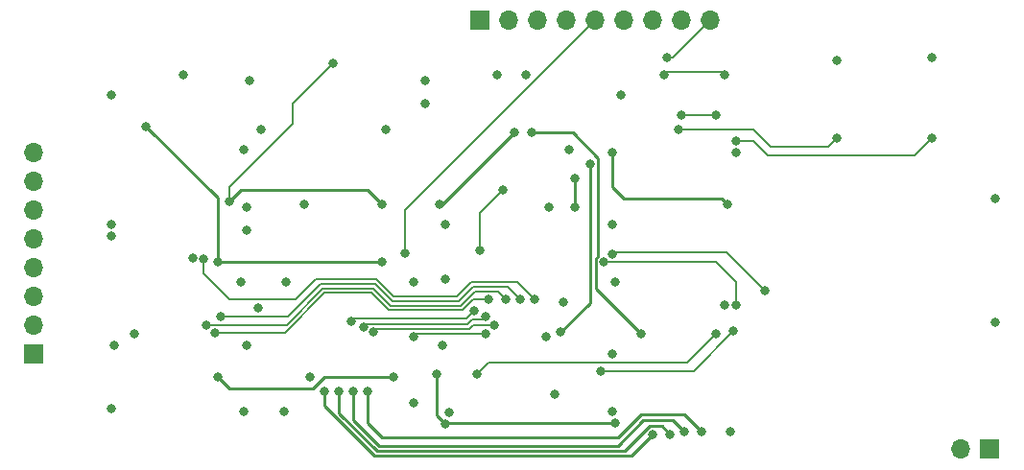
<source format=gbr>
%TF.GenerationSoftware,KiCad,Pcbnew,(6.0.0-0)*%
%TF.CreationDate,2022-03-19T19:47:00-04:00*%
%TF.ProjectId,interrupts,696e7465-7272-4757-9074-732e6b696361,rev?*%
%TF.SameCoordinates,Original*%
%TF.FileFunction,Copper,L4,Bot*%
%TF.FilePolarity,Positive*%
%FSLAX46Y46*%
G04 Gerber Fmt 4.6, Leading zero omitted, Abs format (unit mm)*
G04 Created by KiCad (PCBNEW (6.0.0-0)) date 2022-03-19 19:47:00*
%MOMM*%
%LPD*%
G01*
G04 APERTURE LIST*
%TA.AperFunction,ComponentPad*%
%ADD10R,1.700000X1.700000*%
%TD*%
%TA.AperFunction,ComponentPad*%
%ADD11O,1.700000X1.700000*%
%TD*%
%TA.AperFunction,ViaPad*%
%ADD12C,0.800000*%
%TD*%
%TA.AperFunction,Conductor*%
%ADD13C,0.200000*%
%TD*%
%TA.AperFunction,Conductor*%
%ADD14C,0.250000*%
%TD*%
G04 APERTURE END LIST*
D10*
%TO.P,J3,1,Pin_1*%
%TO.N,unconnected-(J3-Pad1)*%
X183134000Y-125984000D03*
D11*
%TO.P,J3,2,Pin_2*%
%TO.N,unconnected-(J3-Pad2)*%
X180594000Y-125984000D03*
%TD*%
D10*
%TO.P,J1,1,Pin_1*%
%TO.N,BUS0*%
X98806000Y-117602000D03*
D11*
%TO.P,J1,2,Pin_2*%
%TO.N,BUS1*%
X98806000Y-115062000D03*
%TO.P,J1,3,Pin_3*%
%TO.N,BUS2*%
X98806000Y-112522000D03*
%TO.P,J1,4,Pin_4*%
%TO.N,BUS3*%
X98806000Y-109982000D03*
%TO.P,J1,5,Pin_5*%
%TO.N,BUS4*%
X98806000Y-107442000D03*
%TO.P,J1,6,Pin_6*%
%TO.N,BUS5*%
X98806000Y-104902000D03*
%TO.P,J1,7,Pin_7*%
%TO.N,BUS6*%
X98806000Y-102362000D03*
%TO.P,J1,8,Pin_8*%
%TO.N,BUS7*%
X98806000Y-99822000D03*
%TD*%
D10*
%TO.P,J2,1,Pin_1*%
%TO.N,VCC*%
X138176000Y-88138000D03*
D11*
%TO.P,J2,2,Pin_2*%
%TO.N,GND*%
X140716000Y-88138000D03*
%TO.P,J2,3,Pin_3*%
%TO.N,CPU_CLOCK*%
X143256000Y-88138000D03*
%TO.P,J2,4,Pin_4*%
%TO.N,~{SET_RELOAD_VALUE0}*%
X145796000Y-88138000D03*
%TO.P,J2,5,Pin_5*%
%TO.N,~{SET_RELOAD_VALUE1}*%
X148336000Y-88138000D03*
%TO.P,J2,6,Pin_6*%
%TO.N,~{TIMER_INT_REQ_0}*%
X150876000Y-88138000D03*
%TO.P,J2,7,Pin_7*%
%TO.N,~{TIMER_INT_REQ_1}*%
X153416000Y-88138000D03*
%TO.P,J2,8,Pin_8*%
%TO.N,~{CLR_TIMER_INT_REQ_0}*%
X155956000Y-88138000D03*
%TO.P,J2,9,Pin_9*%
%TO.N,~{CLR_TIMER_INT_REQ_1}*%
X158496000Y-88138000D03*
%TD*%
D12*
%TO.N,Net-(U1-Pad1)*%
X138176000Y-108458000D03*
X140208000Y-103124000D03*
%TO.N,GND*%
X132334000Y-121920000D03*
%TO.N,/Reload Value Register/RELOAD3*%
X113792000Y-109220000D03*
X143002000Y-112776000D03*
%TO.N,/Reload Value Register/RELOAD2*%
X115316000Y-114300000D03*
X141732000Y-112776000D03*
%TO.N,/Reload Value Register/RELOAD1*%
X114046000Y-114999500D03*
X140462000Y-112776000D03*
%TO.N,/Reload Value Register/RELOAD0*%
X138938000Y-112776000D03*
X114790929Y-115699000D03*
%TO.N,/Reload Value Register/RELOAD4*%
X126814151Y-114739849D03*
X137668000Y-113792000D03*
%TO.N,/Reload Value Register/RELOAD5*%
X127886361Y-115177763D03*
X138684000Y-114300000D03*
%TO.N,/Reload Value Register/RELOAD6*%
X139446000Y-115062000D03*
X128778000Y-115653011D03*
%TO.N,/Reload Value Register/RELOAD7*%
X132334000Y-116052522D03*
X138684000Y-115761500D03*
%TO.N,Net-(U1-Pad4)*%
X159004000Y-115824000D03*
X137922000Y-119380000D03*
%TO.N,Net-(U1-Pad6)*%
X148785174Y-119063500D03*
X160528000Y-115570000D03*
%TO.N,GND*%
X132334000Y-111252000D03*
X135128000Y-110998000D03*
X144272000Y-104648000D03*
X150114000Y-111252000D03*
X159766000Y-113284000D03*
X145542000Y-113030000D03*
%TO.N,VCC*%
X135128000Y-106172000D03*
X149860000Y-106172000D03*
X149860000Y-117602000D03*
X134874000Y-116840000D03*
X117602000Y-106680000D03*
%TO.N,~{SET_RELOAD_VALUE1}*%
X131572000Y-108712000D03*
%TO.N,~{SET_RELOAD_VALUE0}*%
X125222000Y-91948000D03*
%TO.N,~{TIMER_INT_REQ_0}*%
X160782000Y-98806000D03*
X178054000Y-98552000D03*
%TO.N,Net-(U1-Pad3)*%
X149860000Y-99822000D03*
X160020000Y-104394000D03*
%TO.N,VCC*%
X150622000Y-94742000D03*
%TO.N,~{TIMER_INT_REQ_1}*%
X159004000Y-96520000D03*
X155956000Y-96520000D03*
%TO.N,~{!TIMER_INT_REQ_0}*%
X169672000Y-98552000D03*
X155702000Y-97790000D03*
%TO.N,GND*%
X160782000Y-99822000D03*
%TO.N,~{!TIMER_INT_REQ_1}*%
X159766000Y-92964000D03*
X154432000Y-92964000D03*
%TO.N,~{CLR_TIMER_INT_REQ_1}*%
X154686000Y-91440000D03*
%TO.N,/T0_0*%
X160782000Y-113284000D03*
X149097998Y-109474000D03*
%TO.N,/T0_1*%
X149860000Y-108747948D03*
X163322000Y-112014000D03*
%TO.N,GND*%
X183642000Y-114808000D03*
X183642000Y-103886000D03*
X178054000Y-91440000D03*
X169672000Y-91694000D03*
%TO.N,Net-(U1-Pad3)*%
X146558000Y-102108000D03*
X146558000Y-104648000D03*
%TO.N,Net-(U1-Pad6)*%
X147865500Y-100838000D03*
X145288000Y-115627534D03*
%TO.N,Net-(U1-Pad5)*%
X152400000Y-115824000D03*
X142748000Y-98044000D03*
%TO.N,Net-(U1-Pad4)*%
X141224000Y-98044000D03*
X134620000Y-104394000D03*
%TO.N,~{SCLK131072}*%
X134366000Y-119380000D03*
%TO.N,~{SET_RELOAD_VALUE0}*%
X116078000Y-104140000D03*
X129540000Y-104394000D03*
%TO.N,/Reload Value Register1/RELOAD7*%
X157734000Y-124460000D03*
X128270000Y-120904000D03*
%TO.N,/Reload Value Register1/RELOAD6*%
X156210000Y-124460000D03*
X127000000Y-120904000D03*
%TO.N,/Reload Value Register1/RELOAD5*%
X125730000Y-120904000D03*
X154940000Y-124672967D03*
%TO.N,/Reload Value Register1/RELOAD4*%
X153416000Y-124672967D03*
X124460000Y-120904000D03*
%TO.N,~{SCLK131072}*%
X135123701Y-123735500D03*
X150109701Y-123693701D03*
%TO.N,GND*%
X160274000Y-124460000D03*
X144018000Y-116078000D03*
X149860000Y-122682000D03*
X144780000Y-121158000D03*
X135430978Y-122784402D03*
%TO.N,~{SET_RELOAD_VALUE1}*%
X130556000Y-119634000D03*
X115062000Y-119634000D03*
%TO.N,GND*%
X123190000Y-119634000D03*
X120904000Y-122682000D03*
X117348000Y-122682000D03*
X105664000Y-122428000D03*
X107696000Y-115824000D03*
%TO.N,VCC*%
X105918000Y-116840000D03*
X117602000Y-116840000D03*
%TO.N,GND*%
X118618000Y-113538000D03*
X121003522Y-111252000D03*
X117602000Y-104648000D03*
X122682000Y-104394000D03*
X117094000Y-111252000D03*
X112796615Y-109129375D03*
X105664000Y-107188000D03*
%TO.N,VCC*%
X105664000Y-106172000D03*
%TO.N,CPU_CLOCK*%
X129540000Y-109474000D03*
X114994211Y-109411930D03*
X108712000Y-97536000D03*
%TO.N,GND*%
X146050000Y-99568000D03*
X139700000Y-92964000D03*
X142240000Y-92964000D03*
%TO.N,VCC*%
X133350000Y-95504000D03*
%TO.N,GND*%
X133350000Y-93472000D03*
X129874333Y-97752500D03*
X118872000Y-97790000D03*
%TO.N,VCC*%
X117856000Y-93472000D03*
%TO.N,GND*%
X117348000Y-99568000D03*
X112014000Y-92964000D03*
%TO.N,VCC*%
X105664000Y-94742000D03*
%TD*%
D13*
%TO.N,Net-(U1-Pad6)*%
X157034500Y-119063500D02*
X160528000Y-115570000D01*
X148785174Y-119063500D02*
X157034500Y-119063500D01*
%TO.N,/T0_1*%
X159874489Y-108566489D02*
X163322000Y-112014000D01*
X149860000Y-108747948D02*
X150041459Y-108566489D01*
X150041459Y-108566489D02*
X159874489Y-108566489D01*
%TO.N,/T0_0*%
X149097998Y-109474000D02*
X159004000Y-109474000D01*
X160782000Y-111252000D02*
X160782000Y-113284000D01*
X159004000Y-109474000D02*
X160782000Y-111252000D01*
D14*
%TO.N,Net-(U1-Pad3)*%
X146558000Y-102108000D02*
X146558000Y-104648000D01*
%TO.N,Net-(U1-Pad6)*%
X147865500Y-113050034D02*
X145288000Y-115627534D01*
X147865500Y-100838000D02*
X147865500Y-113050034D01*
D13*
%TO.N,/Reload Value Register/RELOAD4*%
X136981738Y-114478262D02*
X127075738Y-114478262D01*
X127075738Y-114478262D02*
X126814151Y-114739849D01*
X137668000Y-113792000D02*
X136981738Y-114478262D01*
%TO.N,/Reload Value Register/RELOAD5*%
X136740516Y-114953510D02*
X128110614Y-114953510D01*
X137071482Y-114953511D02*
X136740516Y-114953510D01*
X128110614Y-114953510D02*
X127886361Y-115177763D01*
X138684000Y-114300000D02*
X138430000Y-114554000D01*
X138430000Y-114554000D02*
X137470994Y-114554000D01*
X137470994Y-114554000D02*
X137071482Y-114953511D01*
%TO.N,/Reload Value Register/RELOAD6*%
X139446000Y-115062000D02*
X137527986Y-115062000D01*
%TO.N,/Reload Value Register/RELOAD7*%
X138684000Y-115761500D02*
X132625022Y-115761500D01*
%TO.N,/Reload Value Register/RELOAD6*%
X136575033Y-115353021D02*
X129077989Y-115353022D01*
X137236963Y-115353022D02*
X136575033Y-115353021D01*
%TO.N,/Reload Value Register/RELOAD7*%
X132625022Y-115761500D02*
X132334000Y-116052522D01*
%TO.N,/Reload Value Register/RELOAD6*%
X129077989Y-115353022D02*
X128778000Y-115653011D01*
X137527986Y-115062000D02*
X137236963Y-115353022D01*
%TO.N,/Reload Value Register/RELOAD3*%
X143002000Y-112776000D02*
X141478000Y-111252000D01*
X141478000Y-111252000D02*
X137414000Y-111252000D01*
X137414000Y-111252000D02*
X136144000Y-112522000D01*
X136144000Y-112522000D02*
X130556000Y-112522000D01*
X130556000Y-112522000D02*
X129032000Y-110998000D01*
X129032000Y-110998000D02*
X123698000Y-110998000D01*
X113792000Y-110490000D02*
X113792000Y-109220000D01*
X123698000Y-110998000D02*
X121920000Y-112776000D01*
X121920000Y-112776000D02*
X116078000Y-112776000D01*
X116078000Y-112776000D02*
X113792000Y-110490000D01*
%TO.N,/Reload Value Register/RELOAD0*%
X124448446Y-112196533D02*
X120945979Y-115699000D01*
%TO.N,/Reload Value Register/RELOAD1*%
X130225034Y-113321021D02*
X128701035Y-111797022D01*
X136474966Y-113321021D02*
X130225034Y-113321021D01*
%TO.N,/Reload Value Register/RELOAD0*%
X130059552Y-113720532D02*
X128535552Y-112196533D01*
X120945979Y-115699000D02*
X114790929Y-115699000D01*
X136640450Y-113720531D02*
X130059552Y-113720532D01*
%TO.N,/Reload Value Register/RELOAD1*%
X124282965Y-111797022D02*
X121080487Y-114999500D01*
X128701035Y-111797022D02*
X124282965Y-111797022D01*
X121080487Y-114999500D02*
X114046000Y-114999500D01*
%TO.N,/Reload Value Register/RELOAD2*%
X136309484Y-112921510D02*
X130390518Y-112921511D01*
X137579483Y-111651511D02*
X136309484Y-112921510D01*
%TO.N,/Reload Value Register/RELOAD1*%
X137744966Y-112051022D02*
X136474966Y-113321021D01*
%TO.N,/Reload Value Register/RELOAD2*%
X141732000Y-112776000D02*
X140607511Y-111651511D01*
%TO.N,/Reload Value Register/RELOAD1*%
X140462000Y-112776000D02*
X139737022Y-112051022D01*
%TO.N,/Reload Value Register/RELOAD2*%
X121214993Y-114300000D02*
X115316000Y-114300000D01*
X130390518Y-112921511D02*
X128866517Y-111397511D01*
X140607511Y-111651511D02*
X137579483Y-111651511D01*
X128866517Y-111397511D02*
X124117482Y-111397511D01*
%TO.N,/Reload Value Register/RELOAD1*%
X139737022Y-112051022D02*
X137744966Y-112051022D01*
%TO.N,/Reload Value Register/RELOAD0*%
X138938000Y-112776000D02*
X137584981Y-112776000D01*
X128535552Y-112196533D02*
X124448446Y-112196533D01*
X137584981Y-112776000D02*
X136640450Y-113720531D01*
%TO.N,/Reload Value Register/RELOAD2*%
X124117482Y-111397511D02*
X121214993Y-114300000D01*
D14*
%TO.N,CPU_CLOCK*%
X108712000Y-97536000D02*
X114994211Y-103818211D01*
X114994211Y-103818211D02*
X114994211Y-109411930D01*
X115056281Y-109474000D02*
X114994211Y-109411930D01*
X129540000Y-109474000D02*
X115056281Y-109474000D01*
D13*
%TO.N,~{CLR_TIMER_INT_REQ_1}*%
X155194000Y-91440000D02*
X154686000Y-91440000D01*
X158496000Y-88138000D02*
X155194000Y-91440000D01*
%TO.N,~{!TIMER_INT_REQ_1}*%
X159512000Y-92710000D02*
X159766000Y-92964000D01*
X154686000Y-92710000D02*
X159512000Y-92710000D01*
X154432000Y-92964000D02*
X154686000Y-92710000D01*
D14*
%TO.N,/Reload Value Register1/RELOAD5*%
X125730000Y-122809704D02*
X129041317Y-126121021D01*
%TO.N,/Reload Value Register1/RELOAD4*%
X128855122Y-126570530D02*
X151518437Y-126570530D01*
%TO.N,/Reload Value Register1/RELOAD5*%
X125730000Y-120904000D02*
X125730000Y-122809704D01*
X153115901Y-123948466D02*
X154215499Y-123948466D01*
%TO.N,/Reload Value Register1/RELOAD4*%
X151518437Y-126570530D02*
X153416000Y-124672967D01*
X124460000Y-120904000D02*
X124460000Y-122175408D01*
%TO.N,/Reload Value Register1/RELOAD5*%
X129041317Y-126121021D02*
X150943346Y-126121021D01*
X154215499Y-123948466D02*
X154940000Y-124672967D01*
X150943346Y-126121021D02*
X153115901Y-123948466D01*
%TO.N,/Reload Value Register1/RELOAD4*%
X124460000Y-122175408D02*
X128855122Y-126570530D01*
D13*
%TO.N,Net-(U1-Pad1)*%
X138176000Y-105156000D02*
X138176000Y-108458000D01*
X140208000Y-103124000D02*
X138176000Y-105156000D01*
D14*
%TO.N,Net-(U1-Pad5)*%
X148373497Y-109173901D02*
X148373497Y-111797497D01*
X142748000Y-98044000D02*
X146312600Y-98044000D01*
X148590000Y-100321400D02*
X148590000Y-108957398D01*
X148590000Y-108957398D02*
X148373497Y-109173901D01*
X146312600Y-98044000D02*
X148590000Y-100321400D01*
X148373497Y-111797497D02*
X152400000Y-115824000D01*
D13*
%TO.N,~{SET_RELOAD_VALUE1}*%
X131572000Y-104902000D02*
X131572000Y-108712000D01*
X148336000Y-88138000D02*
X131572000Y-104902000D01*
%TO.N,Net-(U1-Pad4)*%
X152654000Y-118364000D02*
X138938000Y-118364000D01*
X138938000Y-118364000D02*
X137922000Y-119380000D01*
X156464000Y-118364000D02*
X152654000Y-118364000D01*
X159004000Y-115824000D02*
X156464000Y-118364000D01*
%TO.N,~{SET_RELOAD_VALUE0}*%
X116078000Y-102870000D02*
X116078000Y-104140000D01*
X125222000Y-91948000D02*
X121666000Y-95504000D01*
X121666000Y-95504000D02*
X121666000Y-97282000D01*
X121666000Y-97282000D02*
X116078000Y-102870000D01*
%TO.N,~{TIMER_INT_REQ_0}*%
X160782000Y-98806000D02*
X162306000Y-98806000D01*
X162306000Y-98806000D02*
X163322000Y-99822000D01*
X163322000Y-99822000D02*
X163576000Y-100076000D01*
X163576000Y-100076000D02*
X166878000Y-100076000D01*
X166878000Y-100076000D02*
X176530000Y-100076000D01*
X176530000Y-100076000D02*
X178054000Y-98552000D01*
D14*
%TO.N,Net-(U1-Pad3)*%
X149860000Y-99822000D02*
X149860000Y-102870000D01*
X150876000Y-103886000D02*
X153416000Y-103886000D01*
X149860000Y-102870000D02*
X150876000Y-103886000D01*
X153416000Y-103886000D02*
X159512000Y-103886000D01*
X159512000Y-103886000D02*
X160020000Y-104394000D01*
D13*
%TO.N,~{TIMER_INT_REQ_1}*%
X159004000Y-96520000D02*
X155956000Y-96520000D01*
%TO.N,~{!TIMER_INT_REQ_0}*%
X162306000Y-97790000D02*
X163830000Y-99314000D01*
X155702000Y-97790000D02*
X162306000Y-97790000D01*
X163830000Y-99314000D02*
X168910000Y-99314000D01*
X168910000Y-99314000D02*
X169672000Y-98552000D01*
D14*
%TO.N,Net-(U1-Pad4)*%
X141224000Y-98044000D02*
X134874000Y-104394000D01*
X134874000Y-104394000D02*
X134620000Y-104394000D01*
%TO.N,~{SCLK131072}*%
X134366000Y-119380000D02*
X134366000Y-122977799D01*
X134366000Y-122977799D02*
X135123701Y-123735500D01*
%TO.N,~{SET_RELOAD_VALUE0}*%
X116078000Y-104140000D02*
X117094000Y-103124000D01*
X128270000Y-103124000D02*
X129540000Y-104394000D01*
X117094000Y-103124000D02*
X119634000Y-103124000D01*
X119634000Y-103124000D02*
X128270000Y-103124000D01*
%TO.N,/Reload Value Register1/RELOAD6*%
X129227510Y-125671510D02*
X127000000Y-123444000D01*
%TO.N,/Reload Value Register1/RELOAD7*%
X128270000Y-120904000D02*
X128270000Y-123698000D01*
%TO.N,/Reload Value Register1/RELOAD6*%
X155194000Y-123444000D02*
X152527704Y-123444000D01*
%TO.N,/Reload Value Register1/RELOAD7*%
X128778000Y-124206000D02*
X129540000Y-124968000D01*
%TO.N,/Reload Value Register1/RELOAD6*%
X150300194Y-125671510D02*
X129227510Y-125671510D01*
%TO.N,/Reload Value Register1/RELOAD7*%
X132334000Y-124968000D02*
X150368000Y-124968000D01*
%TO.N,/Reload Value Register1/RELOAD6*%
X152527704Y-123444000D02*
X150300194Y-125671510D01*
%TO.N,/Reload Value Register1/RELOAD7*%
X128270000Y-123698000D02*
X128778000Y-124206000D01*
%TO.N,/Reload Value Register1/RELOAD6*%
X127000000Y-123444000D02*
X127000000Y-120904000D01*
%TO.N,/Reload Value Register1/RELOAD7*%
X129540000Y-124968000D02*
X132334000Y-124968000D01*
%TO.N,/Reload Value Register1/RELOAD6*%
X156210000Y-124460000D02*
X155194000Y-123444000D01*
%TO.N,/Reload Value Register1/RELOAD7*%
X150876000Y-124460000D02*
X152400000Y-122936000D01*
X150368000Y-124968000D02*
X150876000Y-124460000D01*
X152400000Y-122936000D02*
X153670000Y-122936000D01*
X153670000Y-122936000D02*
X156210000Y-122936000D01*
X156210000Y-122936000D02*
X157734000Y-124460000D01*
%TO.N,~{SCLK131072}*%
X135123701Y-123735500D02*
X135161201Y-123698000D01*
X135161201Y-123698000D02*
X150105402Y-123698000D01*
X150105402Y-123698000D02*
X150109701Y-123693701D01*
%TO.N,~{SET_RELOAD_VALUE1}*%
X124451400Y-119634000D02*
X123435400Y-120650000D01*
X130556000Y-119634000D02*
X124451400Y-119634000D01*
X123435400Y-120650000D02*
X116078000Y-120650000D01*
X116078000Y-120650000D02*
X115062000Y-119634000D01*
%TD*%
M02*

</source>
